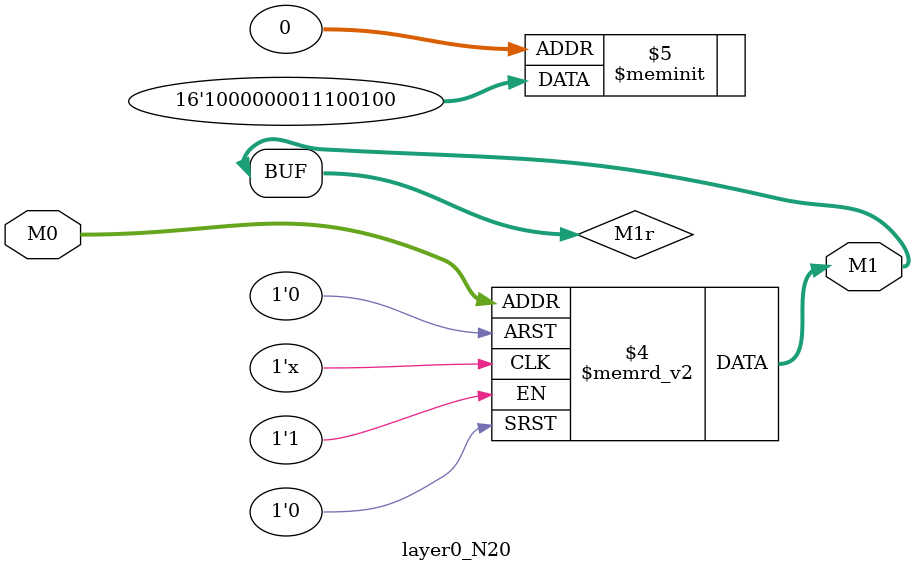
<source format=v>
module layer0_N20 ( input [2:0] M0, output [1:0] M1 );

	(*rom_style = "distributed" *) reg [1:0] M1r;
	assign M1 = M1r;
	always @ (M0) begin
		case (M0)
			3'b000: M1r = 2'b00;
			3'b100: M1r = 2'b00;
			3'b010: M1r = 2'b10;
			3'b110: M1r = 2'b00;
			3'b001: M1r = 2'b01;
			3'b101: M1r = 2'b00;
			3'b011: M1r = 2'b11;
			3'b111: M1r = 2'b10;

		endcase
	end
endmodule

</source>
